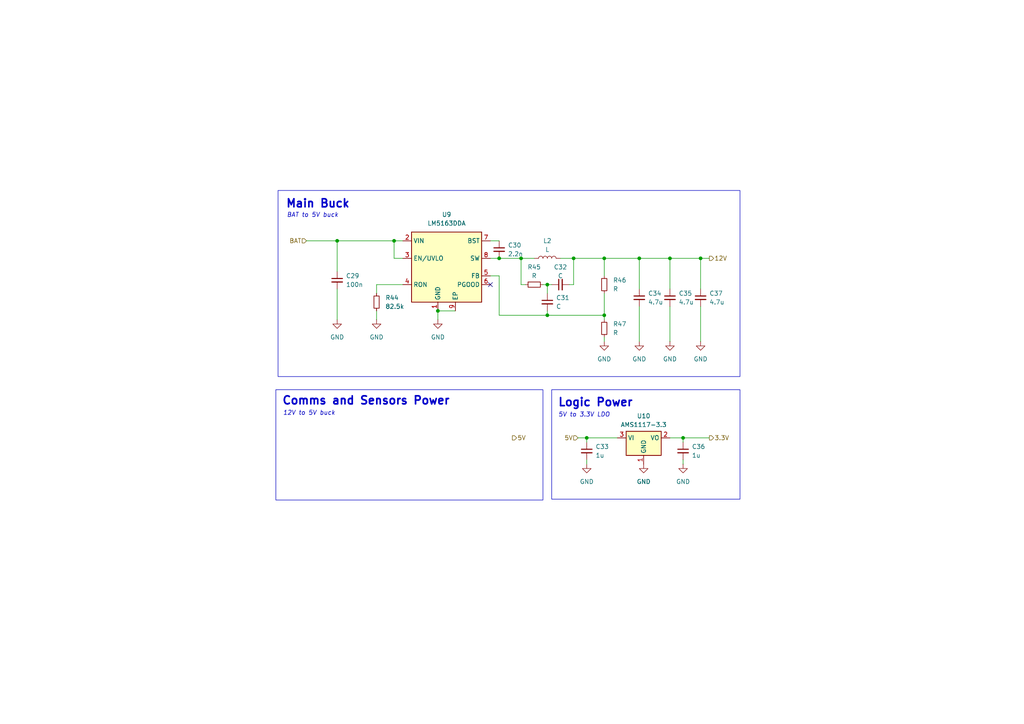
<source format=kicad_sch>
(kicad_sch (version 20250114) (generator "eeschema") (generator_version "9.0")
  (paper "A4")
  (title_block (title "GreenMobi Drive") (date "2025-07-02") (rev "0.1"))
  (lib_symbols
    (symbol "Device:C_Small" (pin_numbers (hide yes)) (pin_names (offset 0.254) (hide yes))
      (property "Reference" "C" (at 0.254 1.778 0))
      (property "Value" "C_Small" (at 0.254 -2.032 0))
      (symbol "C_Small_0_1"
        (polyline (pts (xy -1.524 0.508) (xy 1.524 0.508)) (stroke (width 0.3048)))
        (polyline (pts (xy -1.524 -0.508) (xy 1.524 -0.508)) (stroke (width 0.3302)))
      )
      (symbol "C_Small_1_1"
        (pin passive line (at 0 2.54 270) (length 2.032) (name "~") (number "1"))
        (pin passive line (at 0 -2.54 90) (length 2.032) (name "~") (number "2"))
      )
    )
    (symbol "Device:L" (pin_numbers (hide yes)) (pin_names (offset 1.016) (hide yes))
      (property "Reference" "L" (at -1.27 0 90))
      (property "Value" "L" (at 1.905 0 90))
      (symbol "L_0_1"
        (arc (start 0 2.54) (mid 0.6323 1.905) (end 0 1.27))
        (arc (start 0 1.27) (mid 0.6323 0.635) (end 0 0))
        (arc (start 0 0) (mid 0.6323 -0.635) (end 0 -1.27))
        (arc (start 0 -1.27) (mid 0.6323 -1.905) (end 0 -2.54))
      )
      (symbol "L_1_1"
        (pin passive line (at 0 3.81 270) (length 1.27) (name "1") (number "1"))
        (pin passive line (at 0 -3.81 90) (length 1.27) (name "2") (number "2"))
      )
    )
    (symbol "Device:R_Small" (pin_numbers (hide yes)) (pin_names (offset 0.254) (hide yes))
      (property "Reference" "R" (at 0 0 90))
      (property "Value" "R_Small" (at 1.778 0 90))
      (symbol "R_Small_0_1"
        (rectangle (start -0.762 1.778) (end 0.762 -1.778) (stroke (width 0.2032)))
      )
      (symbol "R_Small_1_1"
        (pin passive line (at 0 2.54 270) (length 0.762) (name "~") (number "1"))
        (pin passive line (at 0 -2.54 90) (length 0.762) (name "~") (number "2"))
      )
    )
    (symbol "Regulator_Linear:AMS1117-3.3"
      (property "Reference" "U" (at -3.81 3.175 0))
      (property "Value" "AMS1117-3.3" (at 0 3.175 0))
      (symbol "AMS1117-3.3_0_1"
        (rectangle (start -5.08 -5.08) (end 5.08 1.905) (stroke (width 0.254)) (fill (type background)))
      )
      (symbol "AMS1117-3.3_1_1"
        (pin power_in line (at -7.62 0 0) (length 2.54) (name "VI") (number "3"))
        (pin power_in line (at 0 -7.62 90) (length 2.54) (name "GND") (number "1"))
        (pin power_out line (at 7.62 0 180) (length 2.54) (name "VO") (number "2"))
      )
    )
    (symbol "Regulator_Switching:LM5164DDA"
      (property "Reference" "U" (at -8.89 11.43 0))
      (property "Value" "LM5164DDA" (at 5.08 11.43 0))
      (symbol "LM5164DDA_1_1"
        (rectangle (start -10.16 10.16) (end 10.16 -10.16) (stroke (width 0.254)) (fill (type background)))
        (pin power_in line (at -12.7 7.62 0) (length 2.54) (name "VIN") (number "2"))
        (pin input line (at -12.7 2.54 0) (length 2.54) (name "EN/UVLO") (number "3"))
        (pin passive line (at -12.7 -5.08 0) (length 2.54) (name "RON") (number "4"))
        (pin power_in line (at -2.54 -12.7 90) (length 2.54) (name "GND") (number "1"))
        (pin passive line (at 2.54 -12.7 90) (length 2.54) (name "EP") (number "9"))
        (pin passive line (at 12.7 7.62 180) (length 2.54) (name "BST") (number "7"))
        (pin power_out line (at 12.7 2.54 180) (length 2.54) (name "SW") (number "8"))
        (pin input line (at 12.7 -2.54 180) (length 2.54) (name "FB") (number "5"))
        (pin open_collector line (at 12.7 -5.08 180) (length 2.54) (name "PGOOD") (number "6"))
      )
    )
    (symbol "power:GND" (power) (pin_numbers (hide yes)) (pin_names (offset 0) (hide yes))
      (property "Value" "GND" (at 0 -3.81 0))
      (symbol "GND_0_1"
        (polyline (pts (xy 0 0) (xy 0 -1.27) (xy 1.27 -1.27) (xy 0 -2.54) (xy -1.27 -1.27) (xy 0 -1.27)))
      )
      (symbol "GND_1_1"
        (pin power_in line (at 0 0 270) (length 0) (name "~") (number "1"))
      )
    )
  )
  (rectangle (start 80.01 113.03) (end 157.48 145.034))
  (rectangle (start 160.02 113.03) (end 214.63 144.78))
  (rectangle (start 80.645 55.245) (end 214.63 109.22))
  (text "Logic Power" (at 172.72 116.84 0) (effects (font (size 2.3368 2.3368) (thickness 0.4674) (bold yes))))
  (text "5V to 3.3V LDO" (at 169.418 120.396 0) (effects (font (size 1.27 1.27) (thickness 0.1588) (italic yes))))
  (text "BAT to 5V buck" (at 90.678 62.484 0) (effects (font (size 1.27 1.27) (thickness 0.1588) (italic yes))))
  (text "Comms and Sensors Power" (at 106.172 116.332 0) (effects (font (size 2.3368 2.3368) (thickness 0.4674) (bold yes))))
  (text "Main Buck" (at 92.202 59.182 0) (effects (font (size 2.3368 2.3368) (thickness 0.4674) (bold yes))))
  (text "12V to 5V buck" (at 89.662 119.888 0) (effects (font (size 1.27 1.27) (thickness 0.1588) (italic yes))))
  (junction (at 198.12 127))
  (junction (at 114.3 69.85))
  (junction (at 166.37 74.93))
  (junction (at 194.31 74.93))
  (junction (at 175.26 74.93))
  (junction (at 158.75 91.44))
  (junction (at 144.78 74.93))
  (junction (at 158.75 82.55))
  (junction (at 185.42 74.93))
  (junction (at 203.2 74.93))
  (junction (at 97.79 69.85))
  (junction (at 151.13 74.93))
  (junction (at 170.18 127))
  (junction (at 127 90.17))
  (junction (at 175.26 91.44))
  (no_connect (at 142.24 82.55))
  (wire (pts (xy 203.2 74.93) (xy 203.2 83.82)))
  (wire (pts (xy 152.4 82.55) (xy 151.13 82.55)))
  (wire (pts (xy 170.18 127) (xy 179.07 127)))
  (wire (pts (xy 175.26 92.71) (xy 175.26 91.44)))
  (wire (pts (xy 144.78 74.93) (xy 151.13 74.93)))
  (wire (pts (xy 158.75 91.44) (xy 175.26 91.44)))
  (wire (pts (xy 198.12 127) (xy 194.31 127)))
  (wire (pts (xy 127 90.17) (xy 132.08 90.17)))
  (wire (pts (xy 175.26 74.93) (xy 185.42 74.93)))
  (wire (pts (xy 198.12 127) (xy 205.74 127)))
  (wire (pts (xy 151.13 74.93) (xy 154.94 74.93)))
  (wire (pts (xy 175.26 97.79) (xy 175.26 99.06)))
  (wire (pts (xy 185.42 74.93) (xy 185.42 83.82)))
  (wire (pts (xy 170.18 128.27) (xy 170.18 127)))
  (wire (pts (xy 185.42 74.93) (xy 194.31 74.93)))
  (wire (pts (xy 109.22 90.17) (xy 109.22 92.71)))
  (wire (pts (xy 167.64 127) (xy 170.18 127)))
  (wire (pts (xy 116.84 74.93) (xy 114.3 74.93)))
  (wire (pts (xy 166.37 74.93) (xy 166.37 82.55)))
  (wire (pts (xy 157.48 82.55) (xy 158.75 82.55)))
  (wire (pts (xy 158.75 90.17) (xy 158.75 91.44)))
  (wire (pts (xy 114.3 69.85) (xy 116.84 69.85)))
  (wire (pts (xy 194.31 74.93) (xy 194.31 83.82)))
  (wire (pts (xy 151.13 82.55) (xy 151.13 74.93)))
  (wire (pts (xy 114.3 74.93) (xy 114.3 69.85)))
  (wire (pts (xy 109.22 85.09) (xy 109.22 82.55)))
  (wire (pts (xy 170.18 134.62) (xy 170.18 133.35)))
  (wire (pts (xy 162.56 74.93) (xy 166.37 74.93)))
  (wire (pts (xy 158.75 82.55) (xy 158.75 85.09)))
  (wire (pts (xy 203.2 74.93) (xy 205.74 74.93)))
  (wire (pts (xy 198.12 134.62) (xy 198.12 133.35)))
  (wire (pts (xy 166.37 74.93) (xy 175.26 74.93)))
  (wire (pts (xy 142.24 69.85) (xy 144.78 69.85)))
  (wire (pts (xy 97.79 78.74) (xy 97.79 69.85)))
  (wire (pts (xy 203.2 88.9) (xy 203.2 99.06)))
  (wire (pts (xy 198.12 128.27) (xy 198.12 127)))
  (wire (pts (xy 97.79 83.82) (xy 97.79 92.71)))
  (wire (pts (xy 185.42 88.9) (xy 185.42 99.06)))
  (wire (pts (xy 127 90.17) (xy 127 92.71)))
  (wire (pts (xy 109.22 82.55) (xy 116.84 82.55)))
  (wire (pts (xy 97.79 69.85) (xy 114.3 69.85)))
  (wire (pts (xy 142.24 74.93) (xy 144.78 74.93)))
  (wire (pts (xy 175.26 85.09) (xy 175.26 91.44)))
  (wire (pts (xy 88.9 69.85) (xy 97.79 69.85)))
  (wire (pts (xy 165.1 82.55) (xy 166.37 82.55)))
  (wire (pts (xy 158.75 82.55) (xy 160.02 82.55)))
  (wire (pts (xy 144.78 91.44) (xy 158.75 91.44)))
  (wire (pts (xy 194.31 74.93) (xy 203.2 74.93)))
  (wire (pts (xy 142.24 80.01) (xy 144.78 80.01)))
  (wire (pts (xy 175.26 74.93) (xy 175.26 80.01)))
  (wire (pts (xy 194.31 88.9) (xy 194.31 99.06)))
  (wire (pts (xy 144.78 80.01) (xy 144.78 91.44)))
  (hierarchical_label "BAT" (shape input) (at 88.9 69.85 180))
  (hierarchical_label "3.3V" (shape output) (at 205.74 127 0))
  (hierarchical_label "12V" (shape output) (at 205.74 74.93 0))
  (hierarchical_label "5V" (shape output) (at 148.59 127 0))
  (hierarchical_label "5V" (shape input) (at 167.64 127 180))
  (symbol (lib_id "Device:C_Small") (at 162.56 82.55 90) (unit 1)
    (property "Reference" "C32" (at 162.56 77.47 90))
    (property "Value" "C" (at 162.56 80.01 90))
    (property "Description" "Unpolarized capacitor, small symbol" (effects (hide yes)))
  )
  (symbol (lib_id "Device:L") (at 158.75 74.93 90) (unit 1)
    (property "Reference" "L2" (at 158.75 69.85 90))
    (property "Value" "L" (at 158.75 72.39 90))
    (property "Footprint" "Inductor_SMD:L_KOHERelec_MDA7030" (effects (hide yes)))
    (property "Description" "Inductor" (effects (hide yes)))
    (property "LCSC" "C2894721" (effects (hide yes)))
  )
  (symbol (lib_id "power:GND") (at 97.79 92.71 0) (unit 1)
    (property "Reference" "#PWR073" (effects (hide yes)))
    (property "Value" "GND" (at 97.79 97.79 0))
    (property "Description" "Power symbol creates a global label with name \"GND\" , ground" (effects (hide yes)))
  )
  (symbol (lib_id "power:GND") (at 203.2 99.06 0) (unit 1)
    (property "Reference" "#PWR082" (effects (hide yes)))
    (property "Value" "GND" (at 203.2 104.14 0))
    (property "Description" "Power symbol creates a global label with name \"GND\" , ground" (effects (hide yes)))
  )
  (symbol (lib_id "Regulator_Switching:LM5164DDA") (at 129.54 77.47 0) (unit 1)
    (property "Reference" "U9" (at 129.54 62.23 0))
    (property "Value" "LM5163DDA" (at 129.54 64.77 0))
    (property "Footprint" "Package_SO:HSOP-8-1EP_3.9x4.9mm_P1.27mm_EP2.41x3.1mm_ThermalVias" (effects (hide yes)))
    (property "Datasheet" "https://www.ti.com/lit/ds/symlink/lm5164.pdf?ts=1598311864250&ref_url=https%253A%252F%252Fwww.ti.com%252Fproduct%252FLM5164%253FHQS%253DTI-null-null-octopart-df-pf-null-wwe" (effects (hide yes)))
    (property "Description" "1A synchronous buck converter with ultra-low IQ, 6V - 100V input, adjustable output voltage, HSOP-8" (effects (hide yes)))
    (property "LCSC" "C2873264" (effects (hide yes)))
  )
  (symbol (lib_id "power:GND") (at 194.31 99.06 0) (unit 1)
    (property "Reference" "#PWR080" (effects (hide yes)))
    (property "Value" "GND" (at 194.31 104.14 0))
    (property "Description" "Power symbol creates a global label with name \"GND\" , ground" (effects (hide yes)))
  )
  (symbol (lib_id "Regulator_Linear:AMS1117-3.3") (at 186.69 127 0) (unit 1)
    (property "Reference" "U10" (at 186.69 120.65 0))
    (property "Value" "AMS1117-3.3" (at 186.69 123.19 0))
    (property "Footprint" "Package_TO_SOT_SMD:SOT-223-3_TabPin2" (effects (hide yes)))
    (property "Datasheet" "http://www.advanced-monolithic.com/pdf/ds1117.pdf" (effects (hide yes)))
    (property "Description" "1A Low Dropout regulator, positive, 3.3V fixed output, SOT-223" (effects (hide yes)))
  )
  (symbol (lib_id "power:GND") (at 185.42 99.06 0) (unit 1)
    (property "Reference" "#PWR078" (effects (hide yes)))
    (property "Value" "GND" (at 185.42 104.14 0))
    (property "Description" "Power symbol creates a global label with name \"GND\" , ground" (effects (hide yes)))
  )
  (symbol (lib_id "Device:C_Small") (at 185.42 86.36 0) (unit 1)
    (property "Reference" "C34" (at 187.96 85.0962 0) (effects (justify left)))
    (property "Value" "4.7u" (at 187.96 87.6362 0) (effects (justify left)))
    (property "Footprint" "Capacitor_SMD:C_0805_2012Metric" (effects (hide yes)))
    (property "Description" "Unpolarized capacitor, small symbol" (effects (hide yes)))
  )
  (symbol (lib_id "power:GND") (at 127 92.71 0) (unit 1)
    (property "Reference" "#PWR075" (effects (hide yes)))
    (property "Value" "GND" (at 127 97.79 0))
    (property "Description" "Power symbol creates a global label with name \"GND\" , ground" (effects (hide yes)))
  )
  (symbol (lib_id "Device:C_Small") (at 203.2 86.36 0) (unit 1)
    (property "Reference" "C37" (at 205.74 85.0962 0) (effects (justify left)))
    (property "Value" "4.7u" (at 205.74 87.6362 0) (effects (justify left)))
    (property "Footprint" "Capacitor_SMD:C_0805_2012Metric" (effects (hide yes)))
    (property "Description" "Unpolarized capacitor, small symbol" (effects (hide yes)))
  )
  (symbol (lib_id "Device:C_Small") (at 170.18 130.81 0) (unit 1)
    (property "Reference" "C33" (at 172.72 129.5463 0) (effects (justify left)))
    (property "Value" "1u" (at 172.72 132.0863 0) (effects (justify left)))
    (property "Footprint" "Capacitor_SMD:C_0402_1005Metric" (effects (hide yes)))
    (property "Description" "Unpolarized capacitor, small symbol" (effects (hide yes)))
  )
  (symbol (lib_id "Device:C_Small") (at 198.12 130.81 0) (unit 1)
    (property "Reference" "C36" (at 200.66 129.5463 0) (effects (justify left)))
    (property "Value" "1u" (at 200.66 132.0863 0) (effects (justify left)))
    (property "Footprint" "Capacitor_SMD:C_0402_1005Metric" (effects (hide yes)))
    (property "Description" "Unpolarized capacitor, small symbol" (effects (hide yes)))
  )
  (symbol (lib_id "Device:C_Small") (at 144.78 72.39 0) (unit 1)
    (property "Reference" "C30" (at 147.32 71.1263 0) (effects (justify left)))
    (property "Value" "2.2n" (at 147.32 73.6663 0) (effects (justify left)))
    (property "Description" "Unpolarized capacitor, small symbol" (effects (hide yes)))
  )
  (symbol (lib_id "Device:R_Small") (at 175.26 95.25 0) (unit 1)
    (property "Reference" "R47" (at 177.8 93.9799 0) (effects (justify left)))
    (property "Value" "R" (at 177.8 96.5199 0) (effects (justify left)))
    (property "Footprint" "Resistor_SMD:R_0402_1005Metric" (effects (hide yes)))
    (property "Description" "Resistor, small symbol" (effects (hide yes)))
    (property "Notes" "1%" (effects (hide yes)))
  )
  (symbol (lib_id "power:GND") (at 109.22 92.71 0) (unit 1)
    (property "Reference" "#PWR074" (effects (hide yes)))
    (property "Value" "GND" (at 109.22 97.79 0))
    (property "Description" "Power symbol creates a global label with name \"GND\" , ground" (effects (hide yes)))
  )
  (symbol (lib_id "Device:R_Small") (at 175.26 82.55 0) (unit 1)
    (property "Reference" "R46" (at 177.8 81.2799 0) (effects (justify left)))
    (property "Value" "R" (at 177.8 83.8199 0) (effects (justify left)))
    (property "Footprint" "Resistor_SMD:R_0402_1005Metric" (effects (hide yes)))
    (property "Description" "Resistor, small symbol" (effects (hide yes)))
    (property "Notes" "1%" (effects (hide yes)))
  )
  (symbol (lib_id "power:GND") (at 198.12 134.62 0) (unit 1)
    (property "Reference" "#PWR081" (effects (hide yes)))
    (property "Value" "GND" (at 198.12 139.7 0))
    (property "Description" "Power symbol creates a global label with name \"GND\" , ground" (effects (hide yes)))
  )
  (symbol (lib_id "Device:C_Small") (at 158.75 87.63 0) (unit 1)
    (property "Reference" "C31" (at 161.29 86.3662 0) (effects (justify left)))
    (property "Value" "C" (at 161.29 88.9062 0) (effects (justify left)))
    (property "Description" "Unpolarized capacitor, small symbol" (effects (hide yes)))
  )
  (symbol (lib_id "power:GND") (at 175.26 99.06 0) (unit 1)
    (property "Reference" "#PWR077" (effects (hide yes)))
    (property "Value" "GND" (at 175.26 104.14 0))
    (property "Description" "Power symbol creates a global label with name \"GND\" , ground" (effects (hide yes)))
  )
  (symbol (lib_id "Device:R_Small") (at 109.22 87.63 0) (unit 1)
    (property "Reference" "R44" (at 111.76 86.3599 0) (effects (justify left)))
    (property "Value" "82.5k" (at 111.76 88.8999 0) (effects (justify left)))
    (property "Footprint" "Resistor_SMD:R_0402_1005Metric" (effects (hide yes)))
    (property "Description" "Resistor, small symbol" (effects (hide yes)))
  )
  (symbol (lib_id "Device:R_Small") (at 154.94 82.55 90) (unit 1)
    (property "Reference" "R45" (at 154.94 77.47 90))
    (property "Value" "R" (at 154.94 80.01 90))
    (property "Footprint" "Resistor_SMD:R_0402_1005Metric" (effects (hide yes)))
    (property "Description" "Resistor, small symbol" (effects (hide yes)))
  )
  (symbol (lib_id "Device:C_Small") (at 97.79 81.28 0) (unit 1)
    (property "Reference" "C29" (at 100.33 80.0163 0) (effects (justify left)))
    (property "Value" "100n" (at 100.33 82.5563 0) (effects (justify left)))
    (property "Footprint" "Capacitor_SMD:C_1206_3216Metric" (effects (hide yes)))
    (property "Description" "Unpolarized capacitor, small symbol" (effects (hide yes)))
  )
  (symbol (lib_id "power:GND") (at 170.18 134.62 0) (unit 1)
    (property "Reference" "#PWR076" (effects (hide yes)))
    (property "Value" "GND" (at 170.18 139.7 0))
    (property "Description" "Power symbol creates a global label with name \"GND\" , ground" (effects (hide yes)))
  )
  (symbol (lib_id "power:GND") (at 186.69 134.62 0) (unit 1)
    (property "Reference" "#PWR079" (effects (hide yes)))
    (property "Value" "GND" (at 186.69 139.7 0))
    (property "Description" "Power symbol creates a global label with name \"GND\" , ground" (effects (hide yes)))
  )
  (symbol (lib_id "Device:C_Small") (at 194.31 86.36 0) (unit 1)
    (property "Reference" "C35" (at 196.85 85.0962 0) (effects (justify left)))
    (property "Value" "4.7u" (at 196.85 87.6362 0) (effects (justify left)))
    (property "Footprint" "Capacitor_SMD:C_0805_2012Metric" (effects (hide yes)))
    (property "Description" "Unpolarized capacitor, small symbol" (effects (hide yes)))
  )
)
</source>
